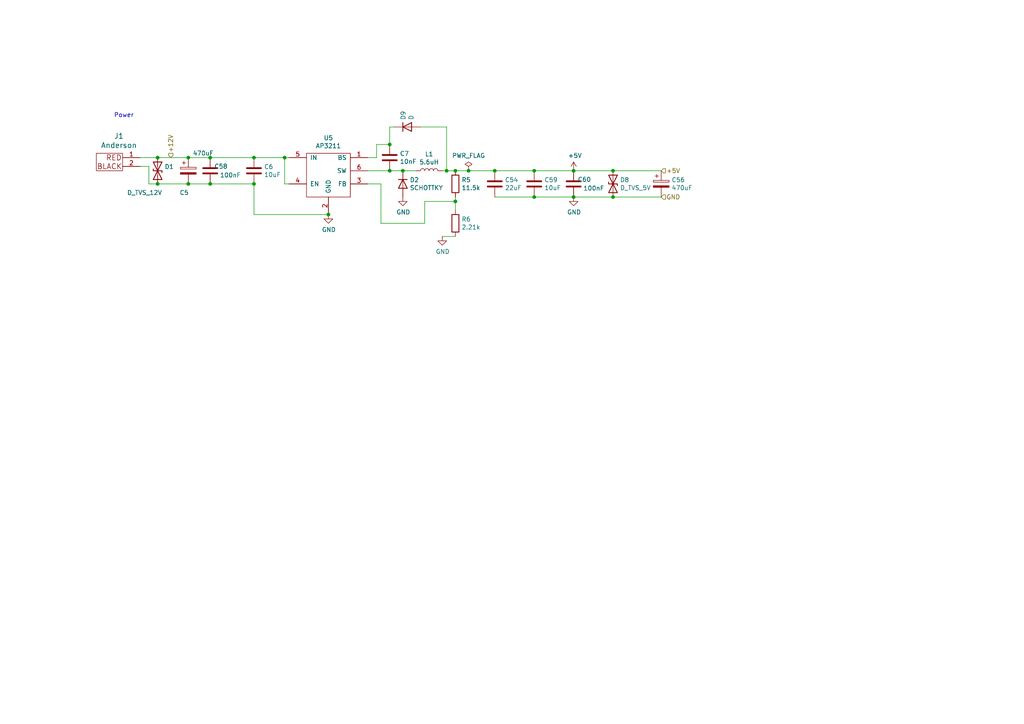
<source format=kicad_sch>
(kicad_sch (version 20211123) (generator eeschema)
  (paper "A4")
  (lib_symbols
    (symbol "Device:C" (pin_numbers hide) (pin_names (offset 0.254))
      (property "Reference" "C" (at 0.635 2.54 0))
      (property "Value" "C" (at 0.635 -2.54 0))
      (symbol "C_0_1"
        (polyline (pts (xy -2.032 -0.762) (xy 2.032 -0.762)) (stroke (width 0.508)))
        (polyline (pts (xy -2.032 0.762) (xy 2.032 0.762)) (stroke (width 0.508)))
      )
      (symbol "C_1_1"
        (pin passive line (at 0 3.81 270) (length 2.794) (name "~") (number "1"))
        (pin passive line (at 0 -3.81 90) (length 2.794) (name "~") (number "2"))
      )
    )
    (symbol "Device:CP" (pin_numbers hide) (pin_names (offset 0.254))
      (property "Reference" "C" (at 0.635 2.54 0))
      (property "Value" "Device_CP" (at 0.635 -2.54 0))
      (symbol "CP_0_1"
        (rectangle (start -2.286 0.508) (end 2.286 1.016))
        (polyline (pts (xy -1.778 2.286) (xy -0.762 2.286)))
        (polyline (pts (xy -1.27 2.794) (xy -1.27 1.778)))
        (rectangle (start 2.286 -0.508) (end -2.286 -1.016) (fill (type outline)))
      )
      (symbol "CP_1_1"
        (pin passive line (at 0 3.81 270) (length 2.794) (name "~") (number "1"))
        (pin passive line (at 0 -3.81 90) (length 2.794) (name "~") (number "2"))
      )
    )
    (symbol "Device:D" (pin_numbers hide) (pin_names (offset 1.016) hide)
      (property "Reference" "D" (at 0 2.54 0))
      (property "Value" "D" (at 0 -2.54 0))
      (symbol "D_0_1"
        (polyline (pts (xy -1.27 1.27) (xy -1.27 -1.27)) (stroke (width 0.254)))
        (polyline (pts (xy 1.27 0) (xy -1.27 0)))
        (polyline (pts (xy 1.27 1.27) (xy 1.27 -1.27) (xy -1.27 0) (xy 1.27 1.27)) (stroke (width 0.254)))
      )
      (symbol "D_1_1"
        (pin passive line (at -3.81 0 0) (length 2.54) (name "K") (number "1"))
        (pin passive line (at 3.81 0 180) (length 2.54) (name "A") (number "2"))
      )
    )
    (symbol "Device:D_TVS" (pin_numbers hide) (pin_names (offset 1.016) hide)
      (property "Reference" "D" (at 0 2.54 0))
      (property "Value" "D_TVS" (at 0 -2.54 0))
      (symbol "D_TVS_0_1"
        (polyline (pts (xy 1.27 0) (xy -1.27 0)))
        (polyline (pts (xy 0.508 1.27) (xy 0 1.27) (xy 0 -1.27) (xy -0.508 -1.27)) (stroke (width 0.254)))
        (polyline (pts (xy -2.54 1.27) (xy -2.54 -1.27) (xy 2.54 1.27) (xy 2.54 -1.27) (xy -2.54 1.27)) (stroke (width 0.254)))
      )
      (symbol "D_TVS_1_1"
        (pin passive line (at -3.81 0 0) (length 2.54) (name "A1") (number "1"))
        (pin passive line (at 3.81 0 180) (length 2.54) (name "A2") (number "2"))
      )
    )
    (symbol "Device:L" (pin_numbers hide) (pin_names (offset 1.016) hide)
      (property "Reference" "L" (at -1.27 0 90))
      (property "Value" "L" (at 1.905 0 90))
      (symbol "L_0_1"
        (arc (start 0 -2.54) (mid 0.635 -1.905) (end 0 -1.27))
        (arc (start 0 -1.27) (mid 0.635 -0.635) (end 0 0))
        (arc (start 0 0) (mid 0.635 0.635) (end 0 1.27))
        (arc (start 0 1.27) (mid 0.635 1.905) (end 0 2.54))
      )
      (symbol "L_1_1"
        (pin passive line (at 0 3.81 270) (length 1.27) (name "1") (number "1"))
        (pin passive line (at 0 -3.81 90) (length 1.27) (name "2") (number "2"))
      )
    )
    (symbol "Device:R" (pin_numbers hide) (pin_names (offset 0))
      (property "Reference" "R" (at 2.032 0 90))
      (property "Value" "R" (at 0 0 90))
      (symbol "R_0_1"
        (rectangle (start -1.016 -2.54) (end 1.016 2.54) (stroke (width 0.254)))
      )
      (symbol "R_1_1"
        (pin passive line (at 0 3.81 270) (length 1.27) (name "~") (number "1"))
        (pin passive line (at 0 -3.81 90) (length 1.27) (name "~") (number "2"))
      )
    )
    (symbol "colordance-brain-rescue:AP3211-Homebrew" (pin_names (offset 1.016))
      (property "Reference" "U" (at -17.78 -8.89 0))
      (property "Value" "colordance-brain-rescue_AP3211-Homebrew" (at -1.27 15.24 0))
      (symbol "AP3211-Homebrew_0_1"
        (rectangle (start -6.35 5.08) (end 6.35 5.08))
        (rectangle (start 6.35 -7.62) (end -6.35 5.08))
        (rectangle (start 6.35 -5.08) (end 6.35 -7.62))
        (rectangle (start 6.35 5.08) (end 6.35 -5.08))
      )
      (symbol "AP3211-Homebrew_1_1"
        (pin input line (at 11.43 3.81 180) (length 5.08) (name "BS") (number "1"))
        (pin power_in line (at 0 -12.7 90) (length 5.08) (name "GND") (number "2"))
        (pin input line (at 11.43 -3.81 180) (length 5.08) (name "FB") (number "3"))
        (pin input line (at -11.43 -3.81 0) (length 5.08) (name "EN") (number "4"))
        (pin power_in line (at -11.43 3.81 0) (length 5.08) (name "IN") (number "5"))
        (pin power_out line (at 11.43 0 180) (length 5.08) (name "SW") (number "6"))
      )
    )
    (symbol "colordance-brain-rescue:Anderson_two_redblack_src-Homebrew" (pin_names (offset 1.016))
      (property "Reference" "J" (at 0 -3.81 0))
      (property "Value" "colordance-brain-rescue_Anderson_two_redblack_src-Homebrew" (at 0 3.81 0))
      (symbol "Anderson_two_redblack_src-Homebrew_0_0"
        (text "BLACK" (at 0 -1.27 0) (effects (font (size 1.524 1.524))))
        (text "RED" (at -1.27 1.27 0) (effects (font (size 1.524 1.524))))
      )
      (symbol "Anderson_two_redblack_src-Homebrew_0_1"
        (rectangle (start -3.81 2.54) (end 3.81 -2.54))
      )
      (symbol "Anderson_two_redblack_src-Homebrew_1_1"
        (pin power_out line (at -8.89 1.27 0) (length 5.08) (name "~") (number "1"))
        (pin power_out line (at -8.89 -1.27 0) (length 5.08) (name "~") (number "2"))
      )
    )
    (symbol "power:+5V" (power) (pin_names (offset 0))
      (property "Value" "+5V" (at 0 3.556 0))
      (symbol "+5V_0_1"
        (polyline (pts (xy -0.762 1.27) (xy 0 2.54)))
        (polyline (pts (xy 0 0) (xy 0 2.54)))
        (polyline (pts (xy 0 2.54) (xy 0.762 1.27)))
      )
      (symbol "+5V_1_1"
        (pin power_in line (at 0 0 90) (length 0) hide (name "+5V") (number "1"))
      )
    )
    (symbol "power:GND" (power) (pin_names (offset 0))
      (property "Value" "GND" (at 0 -3.81 0))
      (symbol "GND_0_1"
        (polyline (pts (xy 0 0) (xy 0 -1.27) (xy 1.27 -1.27) (xy 0 -2.54) (xy -1.27 -1.27) (xy 0 -1.27)))
      )
      (symbol "GND_1_1"
        (pin power_in line (at 0 0 270) (length 0) hide (name "GND") (number "1"))
      )
    )
    (symbol "power:PWR_FLAG" (power) (pin_numbers hide) (pin_names (offset 0) hide)
      (property "Value" "PWR_FLAG" (at 0 3.81 0))
      (symbol "PWR_FLAG_0_0"
        (pin power_out line (at 0 0 90) (length 0) (name "pwr") (number "1"))
      )
      (symbol "PWR_FLAG_0_1"
        (polyline (pts (xy 0 0) (xy 0 1.27) (xy -1.016 1.905) (xy 0 2.54) (xy 1.016 1.905) (xy 0 1.27)))
      )
    )
  )
  (junction (at 129.54 49.53))
  (junction (at 166.37 57.15))
  (junction (at 60.96 53.34))
  (junction (at 154.94 57.15))
  (junction (at 177.8 49.53))
  (junction (at 82.55 45.72))
  (junction (at 177.8 57.15))
  (junction (at 132.08 58.42))
  (junction (at 73.66 45.72))
  (junction (at 135.89 49.53))
  (junction (at 143.51 49.53))
  (junction (at 54.61 53.34))
  (junction (at 113.03 41.91))
  (junction (at 54.61 45.72))
  (junction (at 132.08 49.53))
  (junction (at 166.37 49.53))
  (junction (at 45.72 53.34))
  (junction (at 60.96 45.72))
  (junction (at 116.84 49.53))
  (junction (at 95.25 62.23))
  (junction (at 73.66 53.34))
  (junction (at 113.03 49.53))
  (junction (at 45.72 45.72))
  (junction (at 154.94 49.53))
  (wire (pts (xy 166.37 57.15) (xy 154.94 57.15)))
  (wire (pts (xy 60.96 45.72) (xy 73.66 45.72)))
  (wire (pts (xy 82.55 45.72) (xy 82.55 53.34)))
  (wire (pts (xy 45.72 45.72) (xy 54.61 45.72)))
  (wire (pts (xy 166.37 49.53) (xy 177.8 49.53)))
  (wire (pts (xy 191.77 57.15) (xy 177.8 57.15)))
  (wire (pts (xy 129.54 49.53) (xy 132.08 49.53)))
  (wire (pts (xy 110.49 64.77) (xy 110.49 53.34)))
  (wire (pts (xy 154.94 49.53) (xy 166.37 49.53)))
  (wire (pts (xy 132.08 57.15) (xy 132.08 58.42)))
  (wire (pts (xy 116.84 49.53) (xy 120.65 49.53)))
  (wire (pts (xy 121.92 36.83) (xy 129.54 36.83)))
  (wire (pts (xy 135.89 49.53) (xy 143.51 49.53)))
  (wire (pts (xy 114.3 36.83) (xy 113.03 36.83)))
  (wire (pts (xy 123.19 64.77) (xy 110.49 64.77)))
  (wire (pts (xy 43.18 48.26) (xy 43.18 53.34)))
  (wire (pts (xy 191.77 49.53) (xy 177.8 49.53)))
  (wire (pts (xy 106.68 45.72) (xy 109.22 45.72)))
  (wire (pts (xy 54.61 45.72) (xy 60.96 45.72)))
  (wire (pts (xy 106.68 49.53) (xy 113.03 49.53)))
  (wire (pts (xy 132.08 49.53) (xy 135.89 49.53)))
  (wire (pts (xy 54.61 53.34) (xy 60.96 53.34)))
  (wire (pts (xy 40.64 48.26) (xy 43.18 48.26)))
  (wire (pts (xy 82.55 45.72) (xy 83.82 45.72)))
  (wire (pts (xy 113.03 49.53) (xy 116.84 49.53)))
  (wire (pts (xy 73.66 53.34) (xy 73.66 62.23)))
  (wire (pts (xy 129.54 49.53) (xy 129.54 36.83)))
  (wire (pts (xy 132.08 58.42) (xy 123.19 58.42)))
  (wire (pts (xy 177.8 57.15) (xy 166.37 57.15)))
  (wire (pts (xy 128.27 49.53) (xy 129.54 49.53)))
  (wire (pts (xy 154.94 57.15) (xy 143.51 57.15)))
  (wire (pts (xy 132.08 58.42) (xy 132.08 60.96)))
  (wire (pts (xy 123.19 58.42) (xy 123.19 64.77)))
  (wire (pts (xy 73.66 45.72) (xy 82.55 45.72)))
  (wire (pts (xy 109.22 41.91) (xy 113.03 41.91)))
  (wire (pts (xy 109.22 45.72) (xy 109.22 41.91)))
  (wire (pts (xy 82.55 53.34) (xy 83.82 53.34)))
  (wire (pts (xy 45.72 53.34) (xy 54.61 53.34)))
  (wire (pts (xy 60.96 53.34) (xy 73.66 53.34)))
  (wire (pts (xy 43.18 53.34) (xy 45.72 53.34)))
  (wire (pts (xy 143.51 49.53) (xy 154.94 49.53)))
  (wire (pts (xy 132.08 68.58) (xy 128.27 68.58)))
  (wire (pts (xy 113.03 36.83) (xy 113.03 41.91)))
  (wire (pts (xy 110.49 53.34) (xy 106.68 53.34)))
  (wire (pts (xy 40.64 45.72) (xy 45.72 45.72)))
  (wire (pts (xy 73.66 62.23) (xy 95.25 62.23)))
  (text "Power" (at 33.02 34.29 0) (effects (font (size 1.27 1.27)) (justify left bottom)))
  (hierarchical_label "GND" (shape input) (at 191.77 57.15 0))
  (hierarchical_label "+5V" (shape input) (at 191.77 49.53 0))
  (hierarchical_label "+12V" (shape input) (at 49.53 45.72 90))
  (symbol (lib_id "Device:D") (at 116.84 53.34 270) (unit 1)
    (property "Reference" "D2" (at 118.8466 52.1716 90) (effects (justify left)))
    (property "Value" "SCHOTTKY" (at 118.8466 54.483 90) (effects (justify left)))
    (property "Footprint" "Diode_SMD:D_SMA" (effects hide))
    (property "LCSC" "C8678" (effects hide))
  )
  (symbol (lib_id "Device:C") (at 166.37 53.34 0) (unit 1)
    (property "Reference" "C60" (at 171.45 52.07 0) (effects (justify right)))
    (property "Value" "100nF" (at 175.26 54.61 0) (effects (justify right)))
    (property "Footprint" "Capacitor_SMD:C_0402_1005Metric" (effects hide))
    (property "LCSC" "C307331" (effects hide))
  )
  (symbol (lib_id "Device:C") (at 154.94 53.34 0) (unit 1)
    (property "Reference" "C59" (at 157.861 52.1716 0) (effects (justify left)))
    (property "Value" "10uF" (at 157.861 54.483 0) (effects (justify left)))
    (property "Footprint" "Capacitor_SMD:C_0805_2012Metric" (effects hide))
    (property "LCSC" "C15850" (effects hide))
  )
  (symbol (lib_id "Device:D") (at 118.11 36.83 0) (unit 1)
    (property "Reference" "D9" (at 116.9416 34.8234 90) (effects (justify left)))
    (property "Value" "D" (at 119.253 34.8234 90) (effects (justify left)))
    (property "Footprint" "Diode_SMD:D_SMA" (effects hide))
    (property "LCSC" "C8678" (effects hide))
  )
  (symbol (lib_id "power:GND") (at 166.37 57.15 0) (unit 1)
    (property "Reference" "#PWR085" (effects hide))
    (property "Value" "GND" (at 166.497 61.5442 0))
  )
  (symbol (lib_id "colordance-brain-rescue:AP3211-Homebrew") (at 95.25 49.53 0) (unit 1)
    (property "Reference" "U5" (at 95.25 40.005 0))
    (property "Value" "AP3211" (at 95.25 42.3164 0))
    (property "Footprint" "Package_TO_SOT_SMD:SOT-23-6" (effects hide))
    (property "MPN" "AP3211KTR-G1" (effects hide))
  )
  (symbol (lib_id "Device:CP") (at 54.61 49.53 0) (unit 1)
    (property "Reference" "C5" (at 52.07 55.88 0) (effects (justify left)))
    (property "Value" "470uF" (at 55.88 44.45 0) (effects (justify left)))
    (property "Footprint" "Capacitor_THT:CP_Radial_D10.0mm_P5.00mm" (effects hide))
    (property "MPN" "ESC477M035AH4EA" (effects hide))
  )
  (symbol (lib_id "Device:D_TVS") (at 45.72 49.53 270) (unit 1)
    (property "Reference" "D1" (at 47.7266 48.3616 90) (effects (justify left)))
    (property "Value" "D_TVS_12V" (at 36.83 55.88 90) (effects (justify left)))
    (property "Footprint" "Diode_SMD:D_SMB" (effects hide))
    (property "MPN" "SMBJ13CA" (effects hide))
  )
  (symbol (lib_id "power:GND") (at 95.25 62.23 0) (unit 1)
    (property "Reference" "#PWR013" (effects hide))
    (property "Value" "GND" (at 95.377 66.6242 0))
  )
  (symbol (lib_id "Device:C") (at 60.96 49.53 0) (unit 1)
    (property "Reference" "C58" (at 66.04 48.26 0) (effects (justify right)))
    (property "Value" "100nF" (at 69.85 50.8 0) (effects (justify right)))
    (property "Footprint" "Capacitor_SMD:C_0402_1005Metric" (effects hide))
    (property "LCSC" "C307331" (effects hide))
  )
  (symbol (lib_id "Device:R") (at 132.08 53.34 0) (unit 1)
    (property "Reference" "R5" (at 133.858 52.1716 0) (effects (justify left)))
    (property "Value" "11.5k" (at 133.858 54.483 0) (effects (justify left)))
    (property "Footprint" "Resistor_SMD:R_0603_1608Metric" (effects hide))
    (property "MPN" "RMCF0603FT11K5" (effects hide))
  )
  (symbol (lib_id "Device:C") (at 143.51 53.34 0) (unit 1)
    (property "Reference" "C54" (at 146.431 52.1716 0) (effects (justify left)))
    (property "Value" "22uF" (at 146.431 54.483 0) (effects (justify left)))
    (property "Footprint" "Capacitor_SMD:C_1206_3216Metric" (effects hide))
    (property "LCSC" "C12891" (effects hide))
  )
  (symbol (lib_id "Device:C") (at 113.03 45.72 0) (unit 1)
    (property "Reference" "C7" (at 115.951 44.5516 0) (effects (justify left)))
    (property "Value" "10nF" (at 115.951 46.863 0) (effects (justify left)))
    (property "Footprint" "Capacitor_SMD:C_0402_1005Metric" (effects hide))
    (property "LCSC" "C15195" (effects hide))
  )
  (symbol (lib_id "Device:CP") (at 191.77 53.34 0) (unit 1)
    (property "Reference" "C56" (at 194.7672 52.1716 0) (effects (justify left)))
    (property "Value" "470uF" (at 194.7672 54.483 0) (effects (justify left)))
    (property "Footprint" "Capacitor_THT:CP_Radial_D10.0mm_P5.00mm" (effects hide))
    (property "MPN" "ESC477M035AH4EA" (effects hide))
  )
  (symbol (lib_id "Device:L") (at 124.46 49.53 90) (unit 1)
    (property "Reference" "L1" (at 124.46 44.704 90))
    (property "Value" "5.6uH" (at 124.46 47.0154 90))
    (property "Footprint" "Inductor_SMD:L_Taiyo-Yuden_NR-60xx" (effects hide))
    (property "MPN" "NR6028T6R0M" (effects hide))
  )
  (symbol (lib_id "power:PWR_FLAG") (at 135.89 49.53 0) (unit 1)
    (property "Reference" "#FLG01" (effects hide))
    (property "Value" "PWR_FLAG" (at 135.89 45.1358 0))
  )
  (symbol (lib_id "power:+5V") (at 166.37 49.53 0) (unit 1)
    (property "Reference" "#PWR053" (effects hide))
    (property "Value" "+5V" (at 166.751 45.1358 0))
  )
  (symbol (lib_id "power:GND") (at 128.27 68.58 0) (unit 1)
    (property "Reference" "#PWR015" (effects hide))
    (property "Value" "GND" (at 128.397 72.9742 0))
  )
  (symbol (lib_id "Device:R") (at 132.08 64.77 0) (unit 1)
    (property "Reference" "R6" (at 133.858 63.6016 0) (effects (justify left)))
    (property "Value" "2.21k" (at 133.858 65.913 0) (effects (justify left)))
    (property "Footprint" "Resistor_SMD:R_0603_1608Metric" (effects hide))
    (property "MPN" "RC1608F2211CS" (effects hide))
  )
  (symbol (lib_id "colordance-brain-rescue:Anderson_two_redblack_src-Homebrew") (at 31.75 46.99 0) (mirror y) (unit 1)
    (property "Reference" "J1" (at 34.4932 39.4462 0) (effects (font (size 1.524 1.524))))
    (property "Value" "Anderson" (at 34.4932 42.1386 0) (effects (font (size 1.524 1.524))))
    (property "Footprint" "Homebrew:Anderson_1336G1_right_angle_bottom_two" (effects hide))
  )
  (symbol (lib_id "power:GND") (at 116.84 57.15 0) (unit 1)
    (property "Reference" "#PWR014" (effects hide))
    (property "Value" "GND" (at 116.967 61.5442 0))
  )
  (symbol (lib_id "Device:C") (at 73.66 49.53 0) (unit 1)
    (property "Reference" "C6" (at 76.581 48.3616 0) (effects (justify left)))
    (property "Value" "10uF" (at 76.581 50.673 0) (effects (justify left)))
    (property "Footprint" "Capacitor_SMD:C_0805_2012Metric" (effects hide))
    (property "LCSC" "C15850" (effects hide))
  )
  (symbol (lib_id "Device:D_TVS") (at 177.8 53.34 270) (unit 1)
    (property "Reference" "D8" (at 179.8066 52.1716 90) (effects (justify left)))
    (property "Value" "D_TVS_5V" (at 179.8066 54.483 90) (effects (justify left)))
    (property "Footprint" "Diode_SMD:D_SMB" (effects hide))
    (property "MPN" "SMBJ6.0CD-M3/H" (effects hide))
  )
)
</source>
